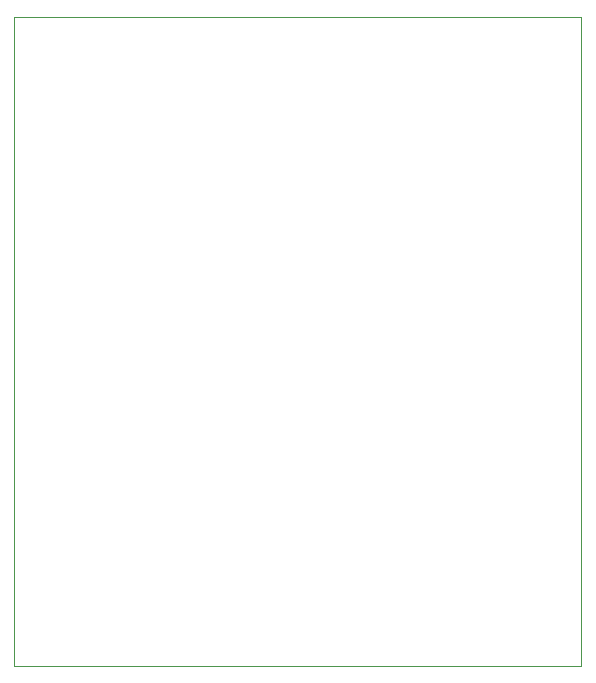
<source format=gbr>
%TF.GenerationSoftware,KiCad,Pcbnew,5.1.9-73d0e3b20d~88~ubuntu20.10.1*%
%TF.CreationDate,2021-01-20T16:53:29+01:00*%
%TF.ProjectId,makita_protector,6d616b69-7461-45f7-9072-6f746563746f,rev?*%
%TF.SameCoordinates,Original*%
%TF.FileFunction,Profile,NP*%
%FSLAX46Y46*%
G04 Gerber Fmt 4.6, Leading zero omitted, Abs format (unit mm)*
G04 Created by KiCad (PCBNEW 5.1.9-73d0e3b20d~88~ubuntu20.10.1) date 2021-01-20 16:53:29*
%MOMM*%
%LPD*%
G01*
G04 APERTURE LIST*
%TA.AperFunction,Profile*%
%ADD10C,0.050000*%
%TD*%
G04 APERTURE END LIST*
D10*
X126000000Y-110000000D02*
X174000000Y-110000000D01*
X126000000Y-55000000D02*
X126000000Y-110000000D01*
X174000000Y-55000000D02*
X126000000Y-55000000D01*
X174000000Y-110000000D02*
X174000000Y-55000000D01*
M02*

</source>
